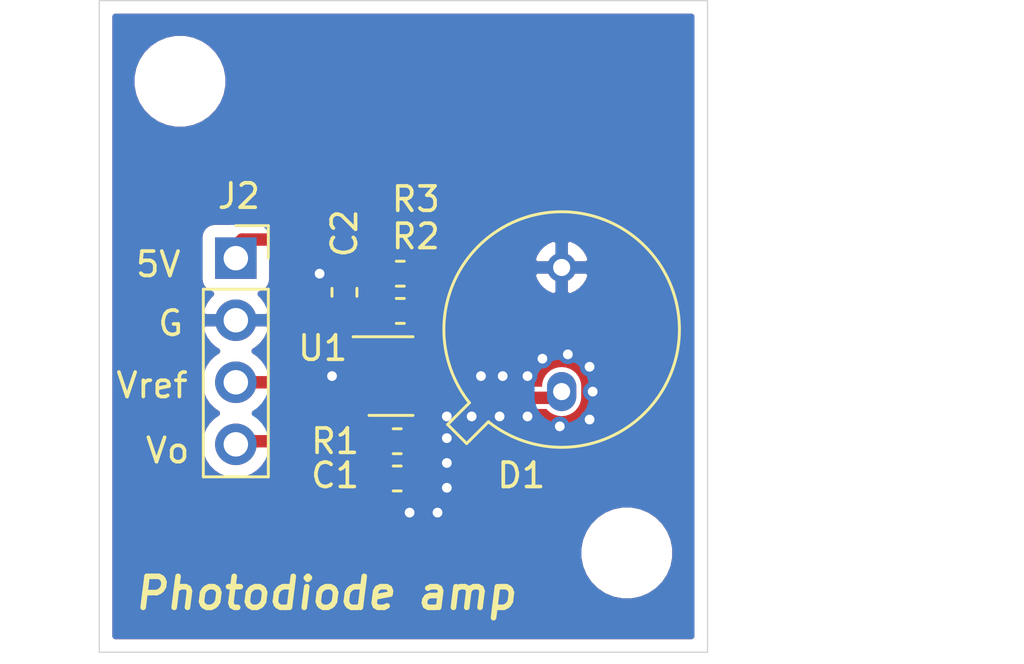
<source format=kicad_pcb>
(kicad_pcb (version 20211014) (generator pcbnew)
  (layers (0 "F.Cu" signal) (31 "B.Cu" signal) (34 "B.Paste" user) (35 "F.Paste" user) (36 "B.SilkS" user "B.Silkscreen") (37 "F.SilkS" user "F.Silkscreen") (38 "B.Mask" user) (39 "F.Mask" user) (44 "Edge.Cuts" user))
  (net 0 "")
  (net 1 "GND")
  (net 2 "/Vout")
  (net 3 "Net-(C1-Pad1)")
  (net 4 "/Vref")
  (net 5 "+5V")
  (net 6 "Net-(C2-Pad2)")
  (footprint "MountingHole:MountingHole_2.7mm_M2.5" (layer "F.Cu") (at 161.544 106.426)
    (fp_text reference "H2" hide)
    (fp_text value "MountingHole")
    (pad "" np_thru_hole circle locked (at 0 0) (size 2.7 2.7) (drill 2.7) (layers *.Cu *.Mask))
  )
  (footprint "MountingHole:MountingHole_2.7mm_M2.5" (layer "F.Cu") (at 143.256 87.122)
    (fp_text reference "H1" hide)
    (fp_text value "MountingHole")
    (pad "" np_thru_hole circle locked (at 0 0) (size 2.7 2.7) (drill 2.7) (layers *.Cu *.Mask))
  )
  (footprint "Resistor_SMD:R_0603_1608Metric" (layer "F.Cu") (at 152.273 94.996)
    (fp_text reference "R3" (at 0.635 -3.048) (layer "F.SilkS"))
    (fp_text value "280R")
    (fp_line (start -0.162779 -0.51) (end 0.162779 -0.51) (layer "F.SilkS") (width 0.12))
    (fp_line (start -0.162779 0.51) (end 0.162779 0.51) (layer "F.SilkS") (width 0.12))
    (pad "1" smd roundrect locked (at -0.7875 0) (size 0.875 0.95) (layers "F.Cu" "F.Paste" "F.Mask") (net 1 "GND"))
    (pad "2" smd roundrect locked (at 0.7875 0) (size 0.875 0.95) (layers "F.Cu" "F.Paste" "F.Mask") (net 5 "+5V"))
  )
  (footprint "Connector_PinSocket_2.54mm:PinSocket_1x04_P2.54mm_Vertical" (layer "F.Cu") (at 145.542 94.361)
    (fp_text reference "J2" (at 0.127 -2.54) (layer "F.SilkS"))
    (fp_text value "Conn_01x04")
    (fp_line (start 1.33 1.27) (end 1.33 8.95) (layer "F.SilkS") (width 0.12))
    (fp_line (start 1.33 -1.33) (end 1.33 0) (layer "F.SilkS") (width 0.12))
    (fp_line (start -1.33 1.27) (end 1.33 1.27) (layer "F.SilkS") (width 0.12))
    (fp_line (start -1.33 1.27) (end -1.33 8.95) (layer "F.SilkS") (width 0.12))
    (fp_line (start -1.33 8.95) (end 1.33 8.95) (layer "F.SilkS") (width 0.12))
    (fp_line (start 0 -1.33) (end 1.33 -1.33) (layer "F.SilkS") (width 0.12))
    (pad "1" thru_hole rect locked (at 0 0) (size 1.7 1.7) (drill 1) (layers *.Cu *.Mask) (net 5 "+5V"))
    (pad "2" thru_hole oval locked (at 0 2.54) (size 1.7 1.7) (drill 1) (layers *.Cu *.Mask) (net 1 "GND"))
    (pad "3" thru_hole oval locked (at 0 5.08) (size 1.7 1.7) (drill 1) (layers *.Cu *.Mask) (net 4 "/Vref"))
    (pad "4" thru_hole oval locked (at 0 7.62) (size 1.7 1.7) (drill 1) (layers *.Cu *.Mask) (net 2 "/Vout"))
  )
  (footprint "Capacitor_SMD:C_0603_1608Metric" (layer "F.Cu") (at 149.987 95.758 -90)
    (fp_text reference "C2" (at -2.413 0 -90) (layer "F.SilkS"))
    (fp_text value "1uF")
    (fp_line (start -0.162779 0.51) (end 0.162779 0.51) (layer "F.SilkS") (width 0.12))
    (fp_line (start -0.162779 -0.51) (end 0.162779 -0.51) (layer "F.SilkS") (width 0.12))
    (pad "1" smd roundrect locked (at -0.7875 0 270) (size 0.875 0.95) (layers "F.Cu" "F.Paste" "F.Mask") (net 1 "GND"))
    (pad "2" smd roundrect locked (at 0.7875 0 270) (size 0.875 0.95) (layers "F.Cu" "F.Paste" "F.Mask") (net 6 "Net-(C2-Pad2)"))
  )
  (footprint "Capacitor_SMD:C_0603_1608Metric" (layer "F.Cu") (at 152.146 103.378 180)
    (fp_text reference "C1" (at 2.54 0.127) (layer "F.SilkS"))
    (fp_text value "3.3pF")
    (fp_line (start -0.162779 -0.51) (end 0.162779 -0.51) (layer "F.SilkS") (width 0.12))
    (fp_line (start -0.162779 0.51) (end 0.162779 0.51) (layer "F.SilkS") (width 0.12))
    (pad "1" smd roundrect locked (at -0.7875 0 180) (size 0.875 0.95) (layers "F.Cu" "F.Paste" "F.Mask") (net 3 "Net-(C1-Pad1)"))
    (pad "2" smd roundrect locked (at 0.7875 0 180) (size 0.875 0.95) (layers "F.Cu" "F.Paste" "F.Mask") (net 2 "/Vout"))
  )
  (footprint "Resistor_SMD:R_0603_1608Metric" (layer "F.Cu") (at 152.273 96.52)
    (fp_text reference "R2" (at 0.635 -3.048) (layer "F.SilkS"))
    (fp_text value "13.7K")
    (fp_line (start -0.162779 0.51) (end 0.162779 0.51) (layer "F.SilkS") (width 0.12))
    (fp_line (start -0.162779 -0.51) (end 0.162779 -0.51) (layer "F.SilkS") (width 0.12))
    (pad "1" smd roundrect locked (at -0.7875 0) (size 0.875 0.95) (layers "F.Cu" "F.Paste" "F.Mask") (net 6 "Net-(C2-Pad2)"))
    (pad "2" smd roundrect locked (at 0.7875 0) (size 0.875 0.95) (layers "F.Cu" "F.Paste" "F.Mask") (net 5 "+5V"))
  )
  (footprint "Resistor_SMD:R_0603_1608Metric" (layer "F.Cu") (at 152.146 101.854 180)
    (fp_text reference "R1" (at 2.54 0) (layer "F.SilkS"))
    (fp_text value "2M")
    (fp_line (start -0.162779 0.51) (end 0.162779 0.51) (layer "F.SilkS") (width 0.12))
    (fp_line (start -0.162779 -0.51) (end 0.162779 -0.51) (layer "F.SilkS") (width 0.12))
    (pad "1" smd roundrect locked (at -0.7875 0 180) (size 0.875 0.95) (layers "F.Cu" "F.Paste" "F.Mask") (net 3 "Net-(C1-Pad1)"))
    (pad "2" smd roundrect locked (at 0.7875 0 180) (size 0.875 0.95) (layers "F.Cu" "F.Paste" "F.Mask") (net 2 "/Vout"))
  )
  (footprint "Package_TO_SOT_SMD:SOT-23-5" (layer "F.Cu") (at 151.892 99.187)
    (fp_text reference "U1" (at -2.794 -1.143) (layer "F.SilkS"))
    (fp_text value "OPA333xxDBV")
    (fp_line (start -0.9 1.61) (end 0.9 1.61) (layer "F.SilkS") (width 0.12))
    (fp_line (start 0.9 -1.61) (end -1.55 -1.61) (layer "F.SilkS") (width 0.12))
    (pad "1" smd rect locked (at -1.1 -0.95) (size 1.06 0.65) (layers "F.Cu" "F.Paste" "F.Mask") (net 2 "/Vout"))
    (pad "2" smd rect locked (at -1.1 0) (size 1.06 0.65) (layers "F.Cu" "F.Paste" "F.Mask") (net 1 "GND"))
    (pad "3" smd rect locked (at -1.1 0.95) (size 1.06 0.65) (layers "F.Cu" "F.Paste" "F.Mask") (net 4 "/Vref"))
    (pad "4" smd rect locked (at 1.1 0.95) (size 1.06 0.65) (layers "F.Cu" "F.Paste" "F.Mask") (net 3 "Net-(C1-Pad1)"))
    (pad "5" smd rect locked (at 1.1 -0.95) (size 1.06 0.65) (layers "F.Cu" "F.Paste" "F.Mask") (net 5 "+5V"))
  )
  (footprint "Package_TO_SOT_THT:TO-5-2_Window" (layer "F.Cu") (at 158.877 99.822 90)
    (fp_text reference "D1" (at -3.429 -1.651) (layer "F.SilkS"))
    (fp_text value "BPX61")
    (fp_line (start -0.457084 -3.774902) (end -1.348039 -4.665856) (layer "F.SilkS") (width 0.12))
    (fp_line (start -2.125856 -3.888039) (end -1.234902 -2.997084) (layer "F.SilkS") (width 0.12))
    (fp_line (start -1.348039 -4.665856) (end -2.125856 -3.888039) (layer "F.SilkS") (width 0.12))
    (fp_arc (start -0.457084 -3.774902) (mid 5.948125 3.408384) (end -1.234674 -2.997371) (layer "F.SilkS") (width 0.12))
    (pad "1" thru_hole oval locked (at 0 0 90) (size 1.6 1.2) (drill 0.7) (layers *.Cu *.Mask) (net 3 "Net-(C1-Pad1)"))
    (pad "2" thru_hole oval locked (at 5.08 0 90) (size 1.2 1.2) (drill 0.7) (layers *.Cu *.Mask) (net 1 "GND"))
  )
  (gr_line (start 164.846 83.82) (end 139.954 83.82) (layer "Edge.Cuts") (width 0.05))
  (gr_line (start 139.954 110.49) (end 164.846 110.49) (layer "Edge.Cuts") (width 0.05))
  (gr_line (start 164.846 110.49) (end 164.846 83.82) (layer "Edge.Cuts") (width 0.05))
  (gr_line (start 139.954 83.82) (end 139.954 110.49) (layer "Edge.Cuts") (width 0.05))
  (gr_text "Vref" (at 142.113 99.568) (layer "F.SilkS") (effects (font (size 1 1))))
  (gr_text "Vo" (at 142.748 102.235) (layer "F.SilkS") (effects (font (size 1 1))))
  (gr_text "G" (at 142.875 97.028) (layer "F.SilkS") (effects (font (size 1 1))))
  (gr_text "5V" (at 142.367 94.615) (layer "F.SilkS") (effects (font (size 1 1))))
  (gr_text "Photodiode amp" (at 149.225 108.077) (layer "F.SilkS") (effects (font (size 1.27 1.27) (thickness 0.2286) italic)))
  (segment (start 147.066 96.901) (end 148.971 94.996) (width 0.508) (layer "F.Cu") (net 1))
  (segment (start 148.9965 94.9705) (end 148.971 94.996) (width 0.508) (layer "F.Cu") (net 1))
  (segment (start 151.4855 94.996) (end 150.0125 94.996) (width 0.508) (layer "F.Cu") (net 1))
  (segment (start 150.0125 94.996) (end 149.987 94.9705) (width 0.508) (layer "F.Cu") (net 1))
  (segment (start 145.034 96.901) (end 147.066 96.901) (width 0.508) (layer "F.Cu") (net 1))
  (segment (start 150.792 99.187) (end 149.479 99.187) (width 0.508) (layer "F.Cu") (net 1))
  (segment (start 149.987 94.9705) (end 148.9965 94.9705) (width 0.508) (layer "F.Cu") (net 1))
  (via (at 153.797 104.775) (size 0.8) (drill 0.4) (layers "F.Cu" "B.Cu") (net 1))
  (via (at 154.178 101.727) (size 0.8) (drill 0.4) (layers "F.Cu" "B.Cu") (net 1))
  (via (at 154.178 102.743) (size 0.8) (drill 0.4) (layers "F.Cu" "B.Cu") (net 1))
  (via (at 154.178 103.759) (size 0.8) (drill 0.4) (layers "F.Cu" "B.Cu") (net 1))
  (via (at 156.464 99.187) (size 0.8) (drill 0.4) (layers "F.Cu" "B.Cu") (net 1))
  (via (at 157.48 99.187) (size 0.8) (drill 0.4) (layers "F.Cu" "B.Cu") (net 1))
  (via (at 154.178 100.838) (size 0.8) (drill 0.4) (layers "F.Cu" "B.Cu") (net 1))
  (via (at 155.194 100.838) (size 0.8) (drill 0.4) (layers "F.Cu" "B.Cu") (net 1))
  (via (at 156.337 100.838) (size 0.8) (drill 0.4) (layers "F.Cu" "B.Cu") (net 1))
  (via (at 157.48 100.838) (size 0.8) (drill 0.4) (layers "F.Cu" "B.Cu") (net 1))
  (via (at 160.02 100.965) (size 0.8) (drill 0.4) (layers "F.Cu" "B.Cu") (net 1))
  (via (at 160.147 99.822) (size 0.8) (drill 0.4) (layers "F.Cu" "B.Cu") (net 1))
  (via (at 160.02 98.806) (size 0.8) (drill 0.4) (layers "F.Cu" "B.Cu") (net 1))
  (via (at 158.8008 101.2444) (size 0.8) (drill 0.4) (layers "F.Cu" "B.Cu") (net 1))
  (via (at 159.131 98.298) (size 0.8) (drill 0.4) (layers "F.Cu" "B.Cu") (net 1))
  (via (at 158.0896 98.4758) (size 0.8) (drill 0.4) (layers "F.Cu" "B.Cu") (net 1))
  (via (at 149.479 99.187) (size 0.8) (drill 0.4) (layers "F.Cu" "B.Cu") (net 1))
  (via (at 155.575 99.187) (size 0.8) (drill 0.4) (layers "F.Cu" "B.Cu") (net 1))
  (via (at 152.654 104.775) (size 0.8) (drill 0.4) (layers "F.Cu" "B.Cu") (net 1))
  (via (at 148.971 94.996) (size 0.8) (drill 0.4) (layers "F.Cu" "B.Cu") (net 1))
  (segment (start 151.285602 98.237) (end 151.765 98.716398) (width 0.254) (layer "F.Cu") (net 2))
  (segment (start 150.792 98.237) (end 151.285602 98.237) (width 0.254) (layer "F.Cu") (net 2))
  (segment (start 151.3585 101.854) (end 151.3585 103.378) (width 0.508) (layer "F.Cu") (net 2))
  (segment (start 151.3585 101.854) (end 145.161 101.854) (width 0.508) (layer "F.Cu") (net 2))
  (segment (start 151.765 98.716398) (end 151.765 101.4475) (width 0.254) (layer "F.Cu") (net 2))
  (segment (start 145.161 101.854) (end 145.034 101.981) (width 0.508) (layer "F.Cu") (net 2))
  (segment (start 151.765 101.4475) (end 151.3585 101.854) (width 0.254) (layer "F.Cu") (net 2))
  (segment (start 158.621 100.078) (end 153.051 100.078) (width 0.508) (layer "F.Cu") (net 3))
  (segment (start 152.992 101.7955) (end 152.9335 101.854) (width 0.508) (layer "F.Cu") (net 3))
  (segment (start 152.9335 103.378) (end 152.9335 101.854) (width 0.508) (layer "F.Cu") (net 3))
  (segment (start 158.877 99.822) (end 158.621 100.078) (width 0.508) (layer "F.Cu") (net 3))
  (segment (start 153.051 100.078) (end 152.992 100.137) (width 0.508) (layer "F.Cu") (net 3))
  (segment (start 152.992 100.137) (end 152.992 101.7955) (width 0.508) (layer "F.Cu") (net 3))
  (segment (start 145.161 99.568) (end 145.288 99.441) (width 0.25) (layer "F.Cu") (net 4))
  (segment (start 148.143 100.137) (end 150.792 100.137) (width 0.508) (layer "F.Cu") (net 4))
  (segment (start 147.447 99.441) (end 148.143 100.137) (width 0.508) (layer "F.Cu") (net 4))
  (segment (start 145.034 99.441) (end 147.447 99.441) (width 0.508) (layer "F.Cu") (net 4))
  (segment (start 153.0605 94.3865) (end 152.273 93.599) (width 0.508) (layer "F.Cu") (net 5))
  (segment (start 153.0605 98.1685) (end 152.992 98.237) (width 0.508) (layer "F.Cu") (net 5))
  (segment (start 153.0605 94.996) (end 153.0605 96.52) (width 0.508) (layer "F.Cu") (net 5))
  (segment (start 153.0605 94.996) (end 153.0605 94.3865) (width 0.508) (layer "F.Cu") (net 5))
  (segment (start 153.0605 96.52) (end 153.0605 98.1685) (width 0.508) (layer "F.Cu") (net 5))
  (segment (start 145.796 93.599) (end 145.034 94.361) (width 0.508) (layer "F.Cu") (net 5))
  (segment (start 152.273 93.599) (end 145.796 93.599) (width 0.508) (layer "F.Cu") (net 5))
  (segment (start 151.4855 96.52) (end 150.0125 96.52) (width 0.508) (layer "F.Cu") (net 6))
  (segment (start 150.0125 96.52) (end 149.987 96.5455) (width 0.508) (layer "F.Cu") (net 6))
  (zone (net 1) (net_name "GND") (layer "F.Cu") (connect_pads (clearance 0.127)) (min_thickness 0.0254) (fill yes (thermal_gap 0.508) (thermal_bridge_width 0.508) (smoothing chamfer))
    (polygon (pts (xy 160.655 101.7016) (xy 154.686 101.7016) (xy 154.686 105.41) (xy 152.146 105.41) (xy 152.146 98.933) (xy 155.067 98.933) (xy 155.067 97.917) (xy 160.655 97.917)))
  )
  (zone (net 1) (net_name "GND") (layer "F.Cu") (connect_pads (clearance 0.508)) (min_thickness 0.254) (fill yes (thermal_gap 0.508) (thermal_bridge_width 0.508))
    (polygon (pts (xy 177.8 110.49) (xy 135.89 110.49) (xy 135.89 83.82) (xy 177.8 83.82)))
  )
  (zone (net 1) (net_name "GND") (layer "B.Cu") (connect_pads (clearance 0.508)) (min_thickness 0.254) (fill yes (thermal_gap 0.508) (thermal_bridge_width 0.508))
    (polygon (pts (xy 177.8 110.49) (xy 135.89 110.49) (xy 135.89 83.82) (xy 177.8 83.82)))
  )
)
</source>
